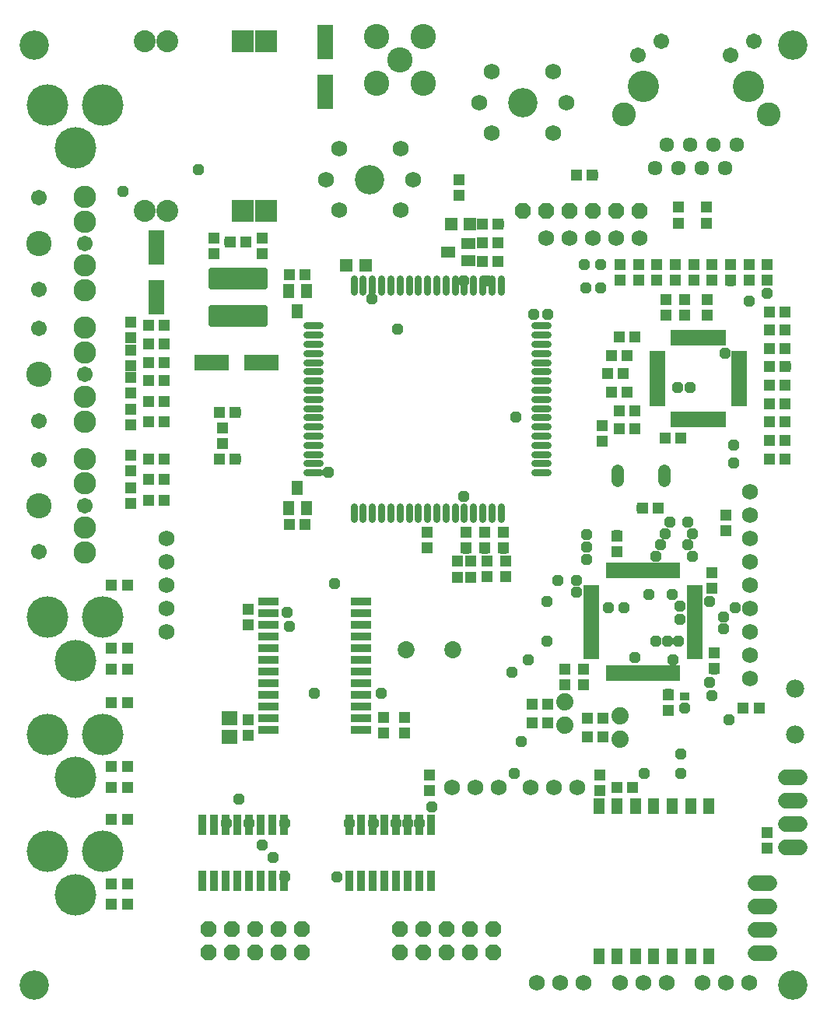
<source format=gts>
G75*
G70*
%OFA0B0*%
%FSLAX24Y24*%
%IPPOS*%
%LPD*%
%AMOC8*
5,1,8,0,0,1.08239X$1,22.5*
%
%ADD10C,0.1261*%
%ADD11R,0.0474X0.0513*%
%ADD12R,0.0513X0.0474*%
%ADD13R,0.0710X0.0592*%
%ADD14R,0.0710X0.1458*%
%ADD15C,0.0674*%
%ADD16C,0.1025*%
%ADD17C,0.0634*%
%ADD18C,0.1340*%
%ADD19R,0.0505X0.0493*%
%ADD20C,0.0316*%
%ADD21R,0.0340X0.0880*%
%ADD22R,0.0880X0.0340*%
%ADD23R,0.0434X0.0356*%
%ADD24R,0.0552X0.0552*%
%ADD25C,0.0520*%
%ADD26R,0.0631X0.0474*%
%ADD27C,0.0940*%
%ADD28R,0.0940X0.0940*%
%ADD29R,0.0190X0.0660*%
%ADD30R,0.0660X0.0190*%
%ADD31R,0.0198X0.0671*%
%ADD32R,0.0671X0.0198*%
%ADD33C,0.1080*%
%ADD34C,0.0740*%
%ADD35C,0.0730*%
%ADD36C,0.0680*%
%ADD37R,0.0474X0.0671*%
%ADD38R,0.1458X0.0710*%
%ADD39C,0.0237*%
%ADD40R,0.0474X0.0631*%
%ADD41C,0.1780*%
%ADD42C,0.0966*%
%ADD43C,0.0671*%
%ADD44OC8,0.0680*%
%ADD45C,0.0680*%
%ADD46C,0.0780*%
%ADD47OC8,0.0476*%
D10*
X002961Y003098D03*
X017331Y037596D03*
X023876Y040894D03*
X035441Y043354D03*
X002961Y043354D03*
X035441Y003098D03*
D11*
X030126Y014870D03*
X030126Y015539D03*
X032094Y016642D03*
X032094Y017311D03*
X031996Y020087D03*
X031996Y020756D03*
X032587Y022547D03*
X032587Y023217D03*
X034467Y025638D03*
X034467Y026425D03*
X035136Y026425D03*
X035136Y025638D03*
X035136Y027213D03*
X034467Y027213D03*
X034467Y028000D03*
X034467Y028787D03*
X035136Y028787D03*
X035136Y028000D03*
X035136Y029575D03*
X034467Y029575D03*
X034467Y030362D03*
X034467Y031150D03*
X035136Y031150D03*
X035136Y030362D03*
X035136Y031937D03*
X034467Y031937D03*
X031996Y033276D03*
X031996Y033945D03*
X031799Y032469D03*
X031799Y031799D03*
X030815Y031799D03*
X030815Y032469D03*
X030028Y032469D03*
X030028Y031799D03*
X030421Y033276D03*
X030421Y033945D03*
X029634Y033945D03*
X029634Y033276D03*
X028059Y033276D03*
X028059Y033945D03*
X026868Y037793D03*
X026199Y037793D03*
X022833Y035677D03*
X022163Y035677D03*
X022163Y034890D03*
X022163Y034102D03*
X022833Y034102D03*
X022833Y034890D03*
X027272Y027055D03*
X027272Y026386D03*
X028020Y026917D03*
X028689Y026917D03*
X027911Y022331D03*
X027911Y021661D03*
X026484Y016622D03*
X026484Y015953D03*
X025697Y015953D03*
X025697Y016622D03*
X023138Y020579D03*
X023138Y021248D03*
X022350Y021248D03*
X022350Y020579D03*
X019791Y021809D03*
X019791Y022478D03*
X014565Y022833D03*
X013896Y022833D03*
X011031Y026287D03*
X011031Y026957D03*
X007094Y027075D03*
X007094Y027744D03*
X007094Y028453D03*
X007094Y029122D03*
X007094Y029634D03*
X007094Y030303D03*
X007094Y030815D03*
X007094Y031484D03*
X010638Y034407D03*
X010638Y035077D03*
X012705Y035077D03*
X012705Y034407D03*
X013896Y033512D03*
X014565Y033512D03*
X007094Y025776D03*
X007094Y025106D03*
X007094Y024398D03*
X007094Y023728D03*
X012114Y019181D03*
X012114Y018512D03*
X012114Y014457D03*
X012114Y013787D03*
X017921Y013886D03*
X017921Y014555D03*
X018807Y014555D03*
X018807Y013886D03*
D12*
X019890Y012094D03*
X019890Y011425D03*
X024280Y014319D03*
X024949Y014319D03*
X024949Y015106D03*
X024280Y015106D03*
X026642Y014516D03*
X027311Y014516D03*
X027311Y013728D03*
X026642Y013728D03*
X027173Y012094D03*
X027173Y011425D03*
X027921Y011563D03*
X028591Y011563D03*
X033335Y014959D03*
X034004Y014959D03*
X034358Y009634D03*
X034358Y008965D03*
X023039Y021809D03*
X023039Y022478D03*
X022252Y022478D03*
X022252Y021809D03*
X021465Y021809D03*
X021465Y022478D03*
X027675Y028492D03*
X028344Y028492D03*
X028197Y029280D03*
X027528Y029280D03*
X027675Y030067D03*
X028344Y030067D03*
X028020Y030854D03*
X028689Y030854D03*
X028846Y033276D03*
X028846Y033945D03*
X030569Y035736D03*
X030569Y036406D03*
X031750Y036406D03*
X031750Y035736D03*
X031209Y033945D03*
X031209Y033276D03*
X032783Y033276D03*
X032783Y033945D03*
X033571Y033945D03*
X033571Y033276D03*
X034358Y033276D03*
X034358Y033945D03*
X028689Y027705D03*
X028020Y027705D03*
X029988Y026524D03*
X030657Y026524D03*
X029673Y023522D03*
X029004Y023522D03*
X021169Y036917D03*
X021169Y037587D03*
X012006Y034939D03*
X011337Y034939D03*
X008512Y031346D03*
X007843Y031346D03*
X007843Y030559D03*
X007843Y029772D03*
X008512Y029772D03*
X008512Y030559D03*
X008512Y028984D03*
X007843Y028984D03*
X007843Y028098D03*
X008512Y028098D03*
X008512Y027213D03*
X007843Y027213D03*
X007843Y025638D03*
X008512Y025638D03*
X008512Y024752D03*
X007843Y024752D03*
X007843Y023866D03*
X008512Y023866D03*
X010894Y025638D03*
X011563Y025638D03*
X011563Y027606D03*
X010894Y027606D03*
X006937Y020224D03*
X006268Y020224D03*
X006268Y017518D03*
X006937Y017518D03*
X006937Y016632D03*
X006268Y016632D03*
X006268Y015205D03*
X006937Y015205D03*
X006937Y012449D03*
X006268Y012449D03*
X006268Y011563D03*
X006937Y011563D03*
X006937Y010185D03*
X006268Y010185D03*
X006268Y007429D03*
X006937Y007429D03*
X006937Y006543D03*
X006268Y006543D03*
D13*
X011327Y013728D03*
X011327Y014516D03*
D14*
X008177Y032547D03*
X008177Y034673D03*
X015411Y041356D03*
X015411Y043482D03*
D15*
X028817Y042913D03*
X029817Y043512D03*
X032797Y042913D03*
X033797Y043512D03*
D16*
X034407Y040382D03*
X028207Y040382D03*
D17*
X030057Y039083D03*
X029557Y038083D03*
X030557Y038083D03*
X031057Y039083D03*
X032057Y039083D03*
X033057Y039083D03*
X032557Y038083D03*
X031557Y038083D03*
D18*
X033557Y041583D03*
X029057Y041583D03*
D19*
X021661Y021258D03*
X021071Y021258D03*
X021071Y020569D03*
X021661Y020569D03*
D20*
X021760Y023040D02*
X021760Y023590D01*
X022154Y023590D02*
X022154Y023040D01*
X022547Y023040D02*
X022547Y023590D01*
X022941Y023590D02*
X022941Y023040D01*
X021366Y023040D02*
X021366Y023590D01*
X020972Y023590D02*
X020972Y023040D01*
X020579Y023040D02*
X020579Y023590D01*
X020185Y023590D02*
X020185Y023040D01*
X019791Y023040D02*
X019791Y023590D01*
X019398Y023590D02*
X019398Y023040D01*
X019004Y023040D02*
X019004Y023590D01*
X018610Y023590D02*
X018610Y023040D01*
X018217Y023040D02*
X018217Y023590D01*
X017823Y023590D02*
X017823Y023040D01*
X017429Y023040D02*
X017429Y023590D01*
X017035Y023590D02*
X017035Y023040D01*
X016642Y023040D02*
X016642Y023590D01*
X015184Y025047D02*
X014634Y025047D01*
X014634Y025441D02*
X015184Y025441D01*
X015184Y025835D02*
X014634Y025835D01*
X014634Y026228D02*
X015184Y026228D01*
X015184Y026622D02*
X014634Y026622D01*
X014634Y027016D02*
X015184Y027016D01*
X015184Y027409D02*
X014634Y027409D01*
X014634Y027803D02*
X015184Y027803D01*
X015184Y028197D02*
X014634Y028197D01*
X014634Y028591D02*
X015184Y028591D01*
X015184Y028984D02*
X014634Y028984D01*
X014634Y029378D02*
X015184Y029378D01*
X015184Y029772D02*
X014634Y029772D01*
X014634Y030165D02*
X015184Y030165D01*
X015184Y030559D02*
X014634Y030559D01*
X014634Y030953D02*
X015184Y030953D01*
X015184Y031346D02*
X014634Y031346D01*
X016642Y032804D02*
X016642Y033354D01*
X017035Y033354D02*
X017035Y032804D01*
X017429Y032804D02*
X017429Y033354D01*
X017823Y033354D02*
X017823Y032804D01*
X018217Y032804D02*
X018217Y033354D01*
X018610Y033354D02*
X018610Y032804D01*
X019004Y032804D02*
X019004Y033354D01*
X019398Y033354D02*
X019398Y032804D01*
X019791Y032804D02*
X019791Y033354D01*
X020185Y033354D02*
X020185Y032804D01*
X020579Y032804D02*
X020579Y033354D01*
X020972Y033354D02*
X020972Y032804D01*
X021366Y032804D02*
X021366Y033354D01*
X021760Y033354D02*
X021760Y032804D01*
X022154Y032804D02*
X022154Y033354D01*
X022547Y033354D02*
X022547Y032804D01*
X022941Y032804D02*
X022941Y033354D01*
X024398Y031346D02*
X024948Y031346D01*
X024948Y030953D02*
X024398Y030953D01*
X024398Y030559D02*
X024948Y030559D01*
X024948Y030165D02*
X024398Y030165D01*
X024398Y029772D02*
X024948Y029772D01*
X024948Y029378D02*
X024398Y029378D01*
X024398Y028984D02*
X024948Y028984D01*
X024948Y028591D02*
X024398Y028591D01*
X024398Y028197D02*
X024948Y028197D01*
X024948Y027803D02*
X024398Y027803D01*
X024398Y027409D02*
X024948Y027409D01*
X024948Y027016D02*
X024398Y027016D01*
X024398Y026622D02*
X024948Y026622D01*
X024948Y026228D02*
X024398Y026228D01*
X024398Y025835D02*
X024948Y025835D01*
X024948Y025441D02*
X024398Y025441D01*
X024398Y025047D02*
X024948Y025047D01*
D21*
X019967Y009968D03*
X019467Y009968D03*
X018967Y009968D03*
X018467Y009968D03*
X017967Y009968D03*
X017467Y009968D03*
X016967Y009968D03*
X016467Y009968D03*
X016467Y007548D03*
X016967Y007548D03*
X017467Y007548D03*
X017967Y007548D03*
X018467Y007548D03*
X018967Y007548D03*
X019467Y007548D03*
X019967Y007548D03*
X013667Y007548D03*
X013167Y007548D03*
X012667Y007548D03*
X012167Y007548D03*
X011667Y007548D03*
X011167Y007548D03*
X010667Y007548D03*
X010167Y007548D03*
X010167Y009968D03*
X010667Y009968D03*
X011167Y009968D03*
X011667Y009968D03*
X012167Y009968D03*
X012667Y009968D03*
X013167Y009968D03*
X013667Y009968D03*
D22*
X012989Y014030D03*
X012989Y014530D03*
X012989Y015030D03*
X012989Y015530D03*
X012989Y016030D03*
X012989Y016530D03*
X012989Y017030D03*
X012989Y017530D03*
X012989Y018030D03*
X012989Y018530D03*
X012989Y019030D03*
X012989Y019530D03*
X016949Y019530D03*
X016949Y019030D03*
X016949Y018530D03*
X016949Y018030D03*
X016949Y017530D03*
X016949Y017030D03*
X016949Y016530D03*
X016949Y016030D03*
X016949Y015530D03*
X016949Y015030D03*
X016949Y014530D03*
X016949Y014030D03*
D23*
X030815Y014949D03*
X030815Y015461D03*
D24*
X017154Y033906D03*
X016327Y033906D03*
X020805Y035677D03*
X021632Y035677D03*
D25*
X027945Y025120D02*
X027945Y024680D01*
X029945Y024680D02*
X029945Y025120D01*
D26*
X021553Y034122D03*
X021553Y034870D03*
X020687Y034496D03*
D27*
X008669Y036248D03*
X007685Y036248D03*
X007685Y043531D03*
X008669Y043531D03*
D28*
X011898Y043531D03*
X012882Y043531D03*
X012882Y036248D03*
X011898Y036248D03*
D29*
X027563Y020860D03*
X027763Y020860D03*
X027963Y020860D03*
X028153Y020860D03*
X028353Y020860D03*
X028553Y020860D03*
X028743Y020860D03*
X028943Y020860D03*
X029143Y020860D03*
X029343Y020860D03*
X029533Y020860D03*
X029733Y020860D03*
X029933Y020860D03*
X030123Y020860D03*
X030323Y020860D03*
X030523Y020860D03*
X030523Y016440D03*
X030323Y016440D03*
X030123Y016440D03*
X029933Y016440D03*
X029733Y016440D03*
X029533Y016440D03*
X029343Y016440D03*
X029143Y016440D03*
X028943Y016440D03*
X028743Y016440D03*
X028553Y016440D03*
X028353Y016440D03*
X028153Y016440D03*
X027963Y016440D03*
X027763Y016440D03*
X027563Y016440D03*
D30*
X026833Y017170D03*
X026833Y017370D03*
X026833Y017570D03*
X026833Y017760D03*
X026833Y017960D03*
X026833Y018160D03*
X026833Y018350D03*
X026833Y018550D03*
X026833Y018750D03*
X026833Y018950D03*
X026833Y019140D03*
X026833Y019340D03*
X026833Y019540D03*
X026833Y019730D03*
X026833Y019930D03*
X026833Y020130D03*
X031253Y020130D03*
X031253Y019930D03*
X031253Y019730D03*
X031253Y019540D03*
X031253Y019340D03*
X031253Y019140D03*
X031253Y018950D03*
X031253Y018750D03*
X031253Y018550D03*
X031253Y018350D03*
X031253Y018160D03*
X031253Y017960D03*
X031253Y017760D03*
X031253Y017570D03*
X031253Y017370D03*
X031253Y017170D03*
D31*
X031307Y027331D03*
X031110Y027331D03*
X030913Y027331D03*
X030717Y027331D03*
X030520Y027331D03*
X030323Y027331D03*
X031504Y027331D03*
X031701Y027331D03*
X031898Y027331D03*
X032094Y027331D03*
X032291Y027331D03*
X032488Y027331D03*
X032488Y030835D03*
X032291Y030835D03*
X032094Y030835D03*
X031898Y030835D03*
X031701Y030835D03*
X031504Y030835D03*
X031307Y030835D03*
X031110Y030835D03*
X030913Y030835D03*
X030717Y030835D03*
X030520Y030835D03*
X030323Y030835D03*
D32*
X029654Y030165D03*
X029654Y029969D03*
X029654Y029772D03*
X029654Y029575D03*
X029654Y029378D03*
X029654Y029181D03*
X029654Y028984D03*
X029654Y028787D03*
X029654Y028591D03*
X029654Y028394D03*
X029654Y028197D03*
X029654Y028000D03*
X033157Y028000D03*
X033157Y028197D03*
X033157Y028394D03*
X033157Y028591D03*
X033157Y028787D03*
X033157Y028984D03*
X033157Y029181D03*
X033157Y029378D03*
X033157Y029575D03*
X033157Y029772D03*
X033157Y029969D03*
X033157Y030165D03*
D33*
X019610Y041715D03*
X018610Y042715D03*
X019610Y043715D03*
X017610Y043715D03*
X017610Y041715D03*
X003138Y034850D03*
X003138Y029240D03*
X003138Y023630D03*
D34*
X025697Y015213D03*
X025697Y014213D03*
X028059Y014622D03*
X028059Y013622D03*
D35*
X020890Y017469D03*
X018890Y017469D03*
D36*
X020858Y011563D03*
X021858Y011563D03*
X022858Y011563D03*
X024205Y011563D03*
X025205Y011563D03*
X026205Y011563D03*
X026500Y003197D03*
X025500Y003197D03*
X024500Y003197D03*
X028043Y003197D03*
X029043Y003197D03*
X030043Y003197D03*
X031587Y003197D03*
X032587Y003197D03*
X033587Y003197D03*
X033610Y016224D03*
X033610Y017224D03*
X033610Y018224D03*
X033610Y019224D03*
X033610Y020224D03*
X033610Y021224D03*
X033610Y022224D03*
X033610Y023224D03*
X033610Y024224D03*
X028878Y035087D03*
X027878Y035087D03*
X026878Y035087D03*
X025878Y035087D03*
X024878Y035087D03*
X025195Y039575D03*
X025746Y040894D03*
X025195Y042213D03*
X022557Y042213D03*
X022006Y040894D03*
X022557Y039575D03*
X019201Y037596D03*
X018650Y036278D03*
X018650Y038915D03*
X016012Y038915D03*
X015461Y037596D03*
X016012Y036278D03*
X008626Y022224D03*
X008626Y021224D03*
X008626Y020224D03*
X008626Y019224D03*
X008626Y018224D03*
D37*
X027138Y010764D03*
X027925Y010764D03*
X028713Y010764D03*
X029500Y010764D03*
X030287Y010764D03*
X031075Y010764D03*
X031862Y010764D03*
X031862Y004307D03*
X031075Y004307D03*
X030287Y004307D03*
X029500Y004307D03*
X028713Y004307D03*
X027925Y004307D03*
X027138Y004307D03*
D38*
X012685Y029772D03*
X010559Y029772D03*
D39*
X010509Y032125D02*
X012833Y032125D01*
X012833Y031415D01*
X010509Y031415D01*
X010509Y032125D01*
X010509Y031651D02*
X012833Y031651D01*
X012833Y031887D02*
X010509Y031887D01*
X010509Y032123D02*
X012833Y032123D01*
X012833Y033029D02*
X010509Y033029D01*
X010509Y033739D01*
X012833Y033739D01*
X012833Y033029D01*
X012833Y033265D02*
X010509Y033265D01*
X010509Y033501D02*
X012833Y033501D01*
X012833Y033737D02*
X010509Y033737D01*
D40*
X013856Y032813D03*
X014604Y032813D03*
X014230Y031947D03*
X014230Y024398D03*
X013856Y023531D03*
X014604Y023531D03*
D41*
X005894Y018846D03*
X004713Y016996D03*
X003531Y018846D03*
X003531Y013827D03*
X004713Y011976D03*
X005894Y013827D03*
X005894Y008807D03*
X004713Y006957D03*
X003531Y008807D03*
X004713Y038945D03*
X005894Y040795D03*
X003531Y040795D03*
D42*
X005106Y036858D03*
X005106Y035795D03*
X005106Y033906D03*
X005106Y032843D03*
X005106Y031248D03*
X005106Y030185D03*
X005106Y028295D03*
X005106Y027232D03*
X005106Y025638D03*
X005106Y024575D03*
X005106Y022685D03*
X005106Y021622D03*
D43*
X003138Y021661D03*
X005106Y023630D03*
X003138Y025598D03*
X003138Y027272D03*
X005106Y029240D03*
X003138Y031209D03*
X003138Y032882D03*
X005106Y034850D03*
X003138Y036819D03*
D44*
X023886Y036268D03*
X024886Y036268D03*
X025886Y036268D03*
X026886Y036268D03*
X027886Y036268D03*
X028886Y036268D03*
X022628Y005500D03*
X022628Y004500D03*
X021628Y004500D03*
X021628Y005500D03*
X020628Y005500D03*
X020628Y004500D03*
X019628Y004500D03*
X019628Y005500D03*
X018628Y005500D03*
X018628Y004500D03*
X014409Y004500D03*
X013409Y004500D03*
X013409Y005500D03*
X014409Y005500D03*
X012409Y005500D03*
X011409Y005500D03*
X011409Y004500D03*
X012409Y004500D03*
X010409Y004500D03*
X010409Y005500D03*
D45*
X033861Y005453D02*
X034461Y005453D01*
X034461Y006453D02*
X033861Y006453D01*
X033861Y007453D02*
X034461Y007453D01*
X035141Y008980D02*
X035741Y008980D01*
X035741Y009980D02*
X035141Y009980D01*
X035141Y010980D02*
X035741Y010980D01*
X035741Y011980D02*
X035141Y011980D01*
X034461Y004453D02*
X033861Y004453D01*
D46*
X035539Y013827D03*
X035539Y015795D03*
D47*
X032734Y014467D03*
X031996Y015500D03*
X031898Y016041D03*
X032094Y016632D03*
X032488Y018354D03*
X032488Y018846D03*
X032980Y019240D03*
X031898Y019535D03*
X031996Y020077D03*
X031996Y020766D03*
X031159Y021455D03*
X030963Y021947D03*
X031159Y022439D03*
X030963Y022931D03*
X030175Y022931D03*
X029978Y022439D03*
X029781Y021947D03*
X029585Y021455D03*
X029289Y019831D03*
X030274Y019831D03*
X030618Y019339D03*
X030618Y018748D03*
X030569Y017813D03*
X030077Y017813D03*
X029585Y017813D03*
X030323Y017026D03*
X030126Y015549D03*
X030815Y014959D03*
X030667Y012990D03*
X030667Y012154D03*
X031848Y010825D03*
X029093Y012154D03*
X028600Y011563D03*
X026484Y015943D03*
X024909Y017813D03*
X024122Y017026D03*
X023433Y016484D03*
X024270Y014319D03*
X023827Y013531D03*
X023531Y012154D03*
X019988Y010726D03*
X019447Y010037D03*
X018955Y010037D03*
X018463Y010037D03*
X017478Y010037D03*
X016445Y010037D03*
X015904Y007724D03*
X013689Y007724D03*
X013197Y008561D03*
X012705Y009102D03*
X012163Y010037D03*
X011720Y011071D03*
X011179Y010037D03*
X013689Y010037D03*
X011327Y014516D03*
X014969Y015598D03*
X013886Y018453D03*
X013787Y019043D03*
X015805Y020274D03*
X017823Y015598D03*
X018807Y013876D03*
X024909Y019535D03*
X025402Y020421D03*
X026189Y020421D03*
X026189Y019929D03*
X026632Y021307D03*
X026632Y021848D03*
X026632Y022390D03*
X027911Y022341D03*
X027911Y021652D03*
X028994Y023522D03*
X029978Y026524D03*
X030520Y028689D03*
X031061Y028689D03*
X032537Y030165D03*
X031799Y031789D03*
X032783Y033266D03*
X033571Y033955D03*
X034358Y033955D03*
X034358Y032724D03*
X033571Y032380D03*
X035146Y029575D03*
X032931Y026228D03*
X032931Y025441D03*
X028207Y019240D03*
X027567Y019240D03*
X028699Y017124D03*
X023039Y021799D03*
X022252Y021799D03*
X021465Y021799D03*
X021366Y024014D03*
X023581Y027409D03*
X027272Y027065D03*
X024959Y031839D03*
X024368Y031839D03*
X022350Y033266D03*
X021366Y033266D03*
X022154Y034890D03*
X022843Y035677D03*
X021169Y037596D03*
X017134Y033906D03*
X016346Y033906D03*
X017429Y032478D03*
X018512Y031199D03*
X015559Y025047D03*
X011573Y025638D03*
X011573Y027606D03*
X008522Y028098D03*
X008522Y030559D03*
X010638Y031789D03*
X011327Y034939D03*
X009998Y038039D03*
X006750Y037104D03*
X008522Y024752D03*
X006947Y017518D03*
X026583Y032970D03*
X027222Y032970D03*
X027222Y033955D03*
X026533Y033955D03*
X028846Y033955D03*
X030028Y031789D03*
X030569Y035726D03*
X031750Y035726D03*
X026878Y037793D03*
M02*

</source>
